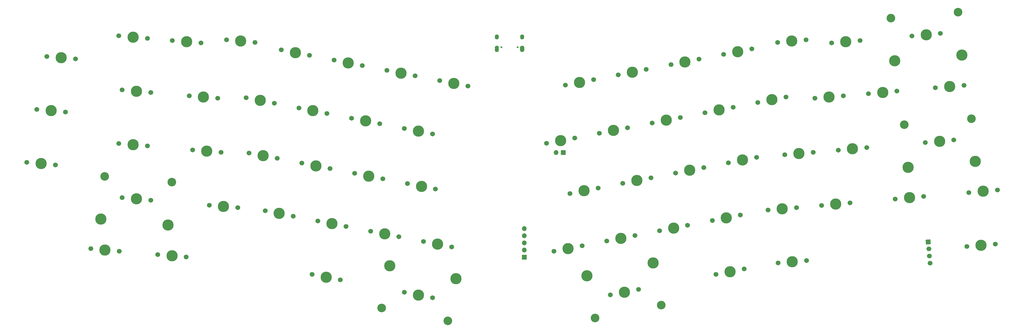
<source format=gbr>
%TF.GenerationSoftware,KiCad,Pcbnew,(6.0.5)*%
%TF.CreationDate,2023-03-29T12:06:55+08:00*%
%TF.ProjectId,ergo60,6572676f-3630-42e6-9b69-6361645f7063,rev?*%
%TF.SameCoordinates,PX3b7922bPYeed2ae*%
%TF.FileFunction,Soldermask,Top*%
%TF.FilePolarity,Negative*%
%FSLAX46Y46*%
G04 Gerber Fmt 4.6, Leading zero omitted, Abs format (unit mm)*
G04 Created by KiCad (PCBNEW (6.0.5)) date 2023-03-29 12:06:55*
%MOMM*%
%LPD*%
G01*
G04 APERTURE LIST*
G04 Aperture macros list*
%AMHorizOval*
0 Thick line with rounded ends*
0 $1 width*
0 $2 $3 position (X,Y) of the first rounded end (center of the circle)*
0 $4 $5 position (X,Y) of the second rounded end (center of the circle)*
0 Add line between two ends*
20,1,$1,$2,$3,$4,$5,0*
0 Add two circle primitives to create the rounded ends*
1,1,$1,$2,$3*
1,1,$1,$4,$5*%
%AMRotRect*
0 Rectangle, with rotation*
0 The origin of the aperture is its center*
0 $1 length*
0 $2 width*
0 $3 Rotation angle, in degrees counterclockwise*
0 Add horizontal line*
21,1,$1,$2,0,0,$3*%
G04 Aperture macros list end*
%ADD10RotRect,1.700000X1.700000X5.000000*%
%ADD11HorizOval,1.700000X0.000000X0.000000X0.000000X0.000000X0*%
%ADD12C,3.987800*%
%ADD13C,1.701800*%
%ADD14R,1.700000X1.700000*%
%ADD15O,1.700000X1.700000*%
%ADD16C,3.048000*%
%ADD17C,0.650000*%
%ADD18O,1.500000X2.300000*%
%ADD19O,1.400000X1.800000*%
%ADD20O,1.400000X2.300000*%
G04 APERTURE END LIST*
D10*
%TO.C,OLED1*%
X281681459Y-72727496D03*
D11*
X281902834Y-75257830D03*
X282124210Y-77788165D03*
X282345585Y-80318499D03*
%TD*%
D12*
%TO.C,MX21*%
X101101394Y-33415642D03*
D13*
X96114728Y-32446332D03*
X106088060Y-34384952D03*
%TD*%
D14*
%TO.C,J2*%
X138555697Y-78230087D03*
D15*
X138555697Y-75690087D03*
X138555697Y-73150087D03*
X138555697Y-70610087D03*
X138555697Y-68070087D03*
%TD*%
D13*
%TO.C,MX39*%
X192195895Y-48280189D03*
X202169227Y-46341569D03*
D12*
X197182561Y-47310879D03*
%TD*%
%TO.C,MX13*%
X252505754Y-1660317D03*
D13*
X257566423Y-1217566D03*
X247445085Y-2103068D03*
%TD*%
D12*
%TO.C,MX38*%
X178482563Y-50945796D03*
D13*
X183469229Y-49976486D03*
X173495897Y-51915106D03*
%TD*%
D12*
%TO.C,MX24*%
X188872651Y-29519616D03*
D13*
X183885985Y-30488926D03*
X193859317Y-28550306D03*
%TD*%
D12*
%TO.C,MX23*%
X170172651Y-33154525D03*
D13*
X165185985Y-34123835D03*
X175159317Y-32185215D03*
%TD*%
%TO.C,MX64*%
X216451547Y-82378473D03*
D12*
X211464881Y-83347783D03*
D13*
X206478215Y-84317093D03*
%TD*%
%TO.C,MX17*%
X19847523Y-20859202D03*
X29968861Y-21744704D03*
D12*
X24908192Y-21301953D03*
%TD*%
%TO.C,MX59*%
X-9962335Y-75619481D03*
D13*
X-15023004Y-75176730D03*
X-4901666Y-76062232D03*
%TD*%
%TO.C,MX34*%
X69728148Y-46723851D03*
X59754816Y-44785231D03*
D12*
X64741482Y-45754541D03*
%TD*%
D13*
%TO.C,MX15*%
X-30561594Y-6887598D03*
D12*
X-25500925Y-7330349D03*
D13*
X-20440256Y-7773100D03*
%TD*%
%TO.C,MX55*%
X235029989Y-60557555D03*
X224908651Y-61443057D03*
D12*
X229969320Y-61000306D03*
%TD*%
D16*
%TO.C,MX45*%
X-10097051Y-49473243D03*
D12*
X-11425305Y-64655250D03*
X12359840Y-66736180D03*
D13*
X6247407Y-57914879D03*
X-3873931Y-57029377D03*
D16*
X13688093Y-51554173D03*
D12*
X1186738Y-57472128D03*
%TD*%
D13*
%TO.C,MX4*%
X52508830Y-4563654D03*
X62482162Y-6502274D03*
D12*
X57495496Y-5532964D03*
%TD*%
%TO.C,MX20*%
X82401395Y-29780733D03*
D13*
X77414729Y-28811423D03*
X87388061Y-30750043D03*
%TD*%
%TO.C,MX41*%
X230839337Y-41801420D03*
D12*
X235900006Y-41358669D03*
D13*
X240960675Y-40915918D03*
%TD*%
%TO.C,MX44*%
X-27556391Y-45396052D03*
D12*
X-32617060Y-44953301D03*
D13*
X-37677729Y-44510550D03*
%TD*%
D12*
%TO.C,MX27*%
X246575071Y-21301956D03*
D13*
X251635740Y-20859205D03*
X241514402Y-21744707D03*
%TD*%
D12*
%TO.C,MX51*%
X154067478Y-75098161D03*
D13*
X159054144Y-74128851D03*
X149080812Y-76067471D03*
%TD*%
D16*
%TO.C,MX62*%
X111484165Y-100770960D03*
X88046835Y-96215204D03*
D13*
X96111635Y-90667106D03*
X106084967Y-92605726D03*
D12*
X90954764Y-81255206D03*
X114392095Y-85810961D03*
X101098301Y-91636416D03*
%TD*%
D13*
%TO.C,MX2*%
X24038178Y-2103067D03*
X13916840Y-1217565D03*
D12*
X18977509Y-1660316D03*
%TD*%
D13*
%TO.C,MX25*%
X202585984Y-26854015D03*
D12*
X207572650Y-25884705D03*
D13*
X212559316Y-24915395D03*
%TD*%
D12*
%TO.C,MX6*%
X94895492Y-12802783D03*
D13*
X99882158Y-13772093D03*
X89908826Y-11833473D03*
%TD*%
D12*
%TO.C,MX58*%
X301134980Y-54774118D03*
D13*
X306195649Y-54331367D03*
X296074311Y-55216869D03*
%TD*%
D12*
%TO.C,MX5*%
X76195498Y-9167869D03*
D13*
X81182164Y-10137179D03*
X71208832Y-8198559D03*
%TD*%
%TO.C,MX19*%
X68688068Y-27115128D03*
X58714736Y-25176508D03*
D12*
X63701402Y-26145818D03*
%TD*%
D13*
%TO.C,MX9*%
X171836079Y-13424641D03*
X181809411Y-11486021D03*
D12*
X176822745Y-12455331D03*
%TD*%
D13*
%TO.C,MX42*%
X259938188Y-39255603D03*
D12*
X254877519Y-39698354D03*
D13*
X249816850Y-40141105D03*
%TD*%
%TO.C,MX56*%
X243886161Y-59782741D03*
D12*
X248946830Y-59339990D03*
D13*
X254007499Y-58897239D03*
%TD*%
%TO.C,MX14*%
X275911354Y387406D03*
D16*
X268470668Y6748112D03*
D13*
X286032692Y1272908D03*
D16*
X292255812Y8829042D03*
D12*
X280972023Y830157D03*
X269798921Y-8433895D03*
X293584066Y-6352965D03*
%TD*%
%TO.C,MX29*%
X289274464Y-17566244D03*
D13*
X284213795Y-18008995D03*
X294335133Y-17123493D03*
%TD*%
D12*
%TO.C,MX36*%
X102141482Y-53024364D03*
D13*
X97154816Y-52055054D03*
X107128148Y-53993674D03*
%TD*%
D12*
%TO.C,MX37*%
X159782564Y-54580709D03*
D13*
X164769230Y-53611399D03*
X154795898Y-55550019D03*
%TD*%
%TO.C,MX12*%
X238422884Y-980133D03*
X228301546Y-1865635D03*
D12*
X233362215Y-1422884D03*
%TD*%
%TO.C,MX35*%
X83441481Y-49389455D03*
D13*
X88428147Y-50358765D03*
X78454815Y-48420145D03*
%TD*%
D12*
%TO.C,MX57*%
X275040905Y-57057054D03*
D13*
X280101574Y-56614303D03*
X269980236Y-57499805D03*
%TD*%
D12*
%TO.C,MX7*%
X113595491Y-16437694D03*
D13*
X118582157Y-17407004D03*
X108608825Y-15468384D03*
%TD*%
D12*
%TO.C,MX48*%
X70456571Y-66271999D03*
D13*
X75443237Y-67241309D03*
X65469905Y-65302689D03*
%TD*%
%TO.C,MX22*%
X146485991Y-37758747D03*
D12*
X151472657Y-36789437D03*
D13*
X156459323Y-35820127D03*
%TD*%
D12*
%TO.C,MX60*%
X13760415Y-77694831D03*
D13*
X18821084Y-78137582D03*
X8699746Y-77252080D03*
%TD*%
%TO.C,MX18*%
X40014733Y-21541597D03*
X49988065Y-23480217D03*
D12*
X45001399Y-22510907D03*
%TD*%
%TO.C,MX43*%
X274542866Y-46264388D03*
X285715968Y-37000336D03*
D16*
X273214613Y-31082381D03*
X296999757Y-29001451D03*
D12*
X298328011Y-44183458D03*
D13*
X280655299Y-37443087D03*
X290776637Y-36557585D03*
%TD*%
%TO.C,MX28*%
X260491911Y-20084389D03*
D12*
X265552580Y-19641638D03*
D13*
X270613249Y-19198887D03*
%TD*%
D12*
%TO.C,MX61*%
X68370772Y-85282509D03*
D13*
X63384106Y-84313199D03*
X73357438Y-86251819D03*
%TD*%
%TO.C,MX33*%
X51028154Y-43088942D03*
X41054822Y-41150322D03*
D12*
X46041488Y-42119632D03*
%TD*%
%TO.C,MX26*%
X226272647Y-22249789D03*
D13*
X221285981Y-23219099D03*
X231259313Y-21280479D03*
%TD*%
%TO.C,MX49*%
X94143236Y-70876218D03*
D12*
X89156570Y-69906908D03*
D13*
X84169904Y-68937598D03*
%TD*%
D12*
%TO.C,MX30*%
X-29058989Y-26141819D03*
D13*
X-23998320Y-26584570D03*
X-34119658Y-25699068D03*
%TD*%
D12*
%TO.C,MX10*%
X195522739Y-8820417D03*
D13*
X200509405Y-7851107D03*
X190536073Y-9789727D03*
%TD*%
D12*
%TO.C,MX63*%
X174064889Y-90617610D03*
X160771095Y-84792155D03*
D16*
X187116355Y-95196398D03*
D13*
X179051555Y-89648300D03*
X169078223Y-91586920D03*
D12*
X184208426Y-80236400D03*
D16*
X163679025Y-99752154D03*
%TD*%
D13*
%TO.C,MX54*%
X215154138Y-63224117D03*
X205180806Y-65162737D03*
D12*
X210167472Y-64193427D03*
%TD*%
D13*
%TO.C,MX66*%
X295362437Y-74401917D03*
D12*
X300423106Y-73959166D03*
D13*
X305483775Y-73516415D03*
%TD*%
D17*
%TO.C,J3*%
X136252240Y-3628008D03*
X130472240Y-3628008D03*
D18*
X137832240Y-4158008D03*
D19*
X128892240Y21992D03*
D20*
X128892240Y-4158008D03*
D19*
X137832240Y21992D03*
%TD*%
D14*
%TO.C,SW1*%
X152405590Y-40981888D03*
D15*
X149865590Y-40981888D03*
%TD*%
D12*
%TO.C,MX16*%
X1186308Y-19226559D03*
D13*
X6246977Y-19669310D03*
X-3874361Y-18783808D03*
%TD*%
%TO.C,MX65*%
X238589012Y-79369465D03*
D12*
X233528343Y-79812216D03*
D13*
X228467674Y-80254967D03*
%TD*%
%TO.C,MX50*%
X102869902Y-72572511D03*
X112843234Y-74511131D03*
D12*
X107856568Y-73541821D03*
%TD*%
D13*
%TO.C,MX40*%
X220869226Y-42706659D03*
X210895894Y-44645279D03*
D12*
X215882560Y-43675969D03*
%TD*%
D13*
%TO.C,MX1*%
X5060669Y-442751D03*
D12*
X0Y0D03*
D13*
X-5060669Y442751D03*
%TD*%
%TO.C,MX8*%
X163109411Y-15120931D03*
X153136079Y-17059551D03*
D12*
X158122745Y-16090241D03*
%TD*%
D13*
%TO.C,MX47*%
X46769910Y-61667773D03*
D12*
X51756576Y-62637083D03*
D13*
X56743242Y-63606393D03*
%TD*%
%TO.C,MX11*%
X219209401Y-4216192D03*
X209236069Y-6154812D03*
D12*
X214222735Y-5185502D03*
%TD*%
%TO.C,MX52*%
X172767477Y-71463246D03*
D13*
X177754143Y-70493936D03*
X167780811Y-72432556D03*
%TD*%
D12*
%TO.C,MX32*%
X26094499Y-40528513D03*
D13*
X21033830Y-40085762D03*
X31155168Y-40971264D03*
%TD*%
D12*
%TO.C,MX53*%
X191467474Y-67828336D03*
D13*
X186480808Y-68797646D03*
X196454140Y-66859026D03*
%TD*%
%TO.C,MX3*%
X33060374Y-980129D03*
X43181712Y-1865631D03*
D12*
X38121043Y-1422880D03*
%TD*%
%TO.C,MX31*%
X427Y-38245578D03*
D13*
X5061096Y-38688329D03*
X-5060242Y-37802827D03*
%TD*%
%TO.C,MX46*%
X26964520Y-59727395D03*
D12*
X32025189Y-60170146D03*
D13*
X37085858Y-60612897D03*
%TD*%
M02*

</source>
